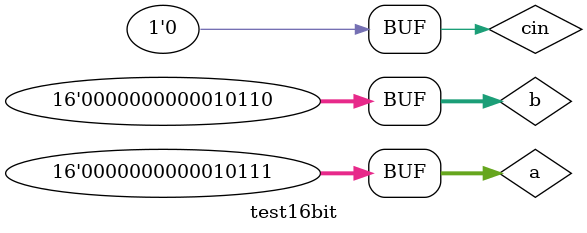
<source format=v>
`timescale 1ns / 1ps


module test16bit;

	// Inputs
	reg [15:0] a;
	reg [15:0] b;
	reg cin;

	// Outputs
	wire Cout;
	wire [15:0] s;

	// Instantiate the Unit Under Test (UUT)
	bit16fa uut (
		.a(a), 
		.b(b), 
		.cin(cin), 
		.Cout(Cout), 
		.s(s)
	);

	initial begin
		// Initialize Inputs
		a = 16'd23;
		b = 16'd72;
		cin = 0;

		// Wait 100 ns for global reset to finish
		#100;
        
		  a = 16'd83;
		b = 16'd90;
		cin = 0;
		#100
		a = 16'd23;
		b = 16'd100;
		cin = 0;
	#100
	a = 16'd100;
		b = 16'd72;
		cin = 0;

		// Wait 100 ns for global reset to finish
		#100;
		a = 16'd23;
		b = 16'd22;
		cin = 0;

		// Wait 100 ns for global reset to finish
		#100;
		// Add stimulus here

	end
      
endmodule


</source>
